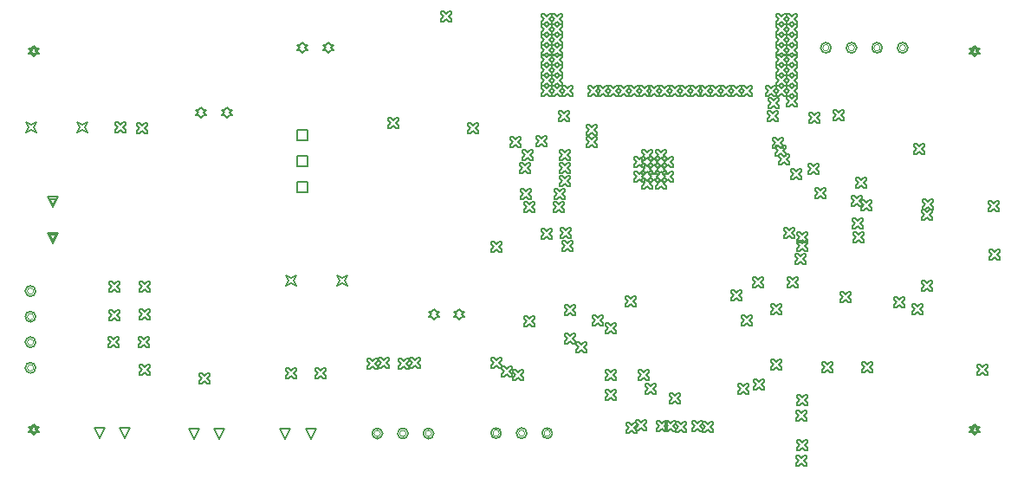
<source format=gbr>
%TF.GenerationSoftware,Altium Limited,Altium Designer,23.4.1 (23)*%
G04 Layer_Color=2752767*
%FSLAX45Y45*%
%MOMM*%
%TF.SameCoordinates,D6ADF24A-3376-43E2-8D1E-8FFFCD63A60F*%
%TF.FilePolarity,Positive*%
%TF.FileFunction,Drawing*%
%TF.Part,Single*%
G01*
G75*
%TA.AperFunction,NonConductor*%
%ADD117C,0.12700*%
%ADD139C,0.16933*%
%ADD140C,0.10160*%
D117*
X3366200Y1806200D02*
X3391600Y1857000D01*
X3366200Y1907800D01*
X3417000Y1882400D01*
X3467800Y1907800D01*
X3442400Y1857000D01*
X3467800Y1806200D01*
X3417000Y1831600D01*
X3366200Y1806200D01*
X2866200D02*
X2891600Y1857000D01*
X2866200Y1907800D01*
X2917000Y1882400D01*
X2967800Y1907800D01*
X2942400Y1857000D01*
X2967800Y1806200D01*
X2917000Y1831600D01*
X2866200Y1806200D01*
X3278000Y4079200D02*
X3303400Y4104600D01*
X3328800D01*
X3303400Y4130000D01*
X3328800Y4155400D01*
X3303400D01*
X3278000Y4180800D01*
X3252600Y4155400D01*
X3227200D01*
X3252600Y4130000D01*
X3227200Y4104600D01*
X3252600D01*
X3278000Y4079200D01*
X3028000Y4079200D02*
X3053400Y4104600D01*
X3078800D01*
X3053400Y4130000D01*
X3078800Y4155400D01*
X3053400D01*
X3028000Y4180800D01*
X3002600Y4155400D01*
X2977200D01*
X3002600Y4130000D01*
X2977200Y4104600D01*
X3002600D01*
X3028000Y4079200D01*
X6413189Y2964009D02*
X6438589D01*
X6463989Y2989409D01*
X6489389Y2964009D01*
X6514789D01*
Y2989409D01*
X6489389Y3014809D01*
X6514789Y3040209D01*
Y3065609D01*
X6489389D01*
X6463989Y3040209D01*
X6438589Y3065609D01*
X6413189D01*
Y3040209D01*
X6438589Y3014809D01*
X6413189Y2989409D01*
Y2964009D01*
X6273189D02*
X6298589D01*
X6323989Y2989409D01*
X6349389Y2964009D01*
X6374789D01*
Y2989409D01*
X6349389Y3014809D01*
X6374789Y3040209D01*
Y3065609D01*
X6349389D01*
X6323989Y3040209D01*
X6298589Y3065609D01*
X6273189D01*
Y3040209D01*
X6298589Y3014809D01*
X6273189Y2989409D01*
Y2964009D01*
X6553189D02*
X6578589D01*
X6603989Y2989409D01*
X6629389Y2964009D01*
X6654789D01*
Y2989409D01*
X6629389Y3014809D01*
X6654789Y3040209D01*
Y3065609D01*
X6629389D01*
X6603989Y3040209D01*
X6578589Y3065609D01*
X6553189D01*
Y3040209D01*
X6578589Y3014809D01*
X6553189Y2989409D01*
Y2964009D01*
X6273189Y2824009D02*
X6298589D01*
X6323989Y2849409D01*
X6349389Y2824009D01*
X6374789D01*
Y2849409D01*
X6349389Y2874809D01*
X6374789Y2900209D01*
Y2925609D01*
X6349389D01*
X6323989Y2900209D01*
X6298589Y2925609D01*
X6273189D01*
Y2900209D01*
X6298589Y2874809D01*
X6273189Y2849409D01*
Y2824009D01*
X6413189D02*
X6438589D01*
X6463989Y2849409D01*
X6489389Y2824009D01*
X6514789D01*
Y2849409D01*
X6489389Y2874809D01*
X6514789Y2900209D01*
Y2925609D01*
X6489389D01*
X6463989Y2900209D01*
X6438589Y2925609D01*
X6413189D01*
Y2900209D01*
X6438589Y2874809D01*
X6413189Y2849409D01*
Y2824009D01*
X6553189D02*
X6578589D01*
X6603989Y2849409D01*
X6629389Y2824009D01*
X6654789D01*
Y2849409D01*
X6629389Y2874809D01*
X6654789Y2900209D01*
Y2925609D01*
X6629389D01*
X6603989Y2900209D01*
X6578589Y2925609D01*
X6553189D01*
Y2900209D01*
X6578589Y2874809D01*
X6553189Y2849409D01*
Y2824009D01*
X6343189Y3034009D02*
X6368589D01*
X6393989Y3059409D01*
X6419389Y3034009D01*
X6444789D01*
Y3059409D01*
X6419389Y3084809D01*
X6444789Y3110209D01*
Y3135609D01*
X6419389D01*
X6393989Y3110209D01*
X6368589Y3135609D01*
X6343189D01*
Y3110209D01*
X6368589Y3084809D01*
X6343189Y3059409D01*
Y3034009D01*
X6483189D02*
X6508589D01*
X6533989Y3059409D01*
X6559389Y3034009D01*
X6584789D01*
Y3059409D01*
X6559389Y3084809D01*
X6584789Y3110209D01*
Y3135609D01*
X6559389D01*
X6533989Y3110209D01*
X6508589Y3135609D01*
X6483189D01*
Y3110209D01*
X6508589Y3084809D01*
X6483189Y3059409D01*
Y3034009D01*
X6343189Y2894009D02*
X6368589D01*
X6393989Y2919409D01*
X6419389Y2894009D01*
X6444789D01*
Y2919409D01*
X6419389Y2944809D01*
X6444789Y2970209D01*
Y2995609D01*
X6419389D01*
X6393989Y2970209D01*
X6368589Y2995609D01*
X6343189D01*
Y2970209D01*
X6368589Y2944809D01*
X6343189Y2919409D01*
Y2894009D01*
X6483189D02*
X6508589D01*
X6533989Y2919409D01*
X6559389Y2894009D01*
X6584789D01*
Y2919409D01*
X6559389Y2944809D01*
X6584789Y2970209D01*
Y2995609D01*
X6559389D01*
X6533989Y2970209D01*
X6508589Y2995609D01*
X6483189D01*
Y2970209D01*
X6508589Y2944809D01*
X6483189Y2919409D01*
Y2894009D01*
X6343189Y2754009D02*
X6368589D01*
X6393989Y2779409D01*
X6419389Y2754009D01*
X6444789D01*
Y2779409D01*
X6419389Y2804809D01*
X6444789Y2830209D01*
Y2855609D01*
X6419389D01*
X6393989Y2830209D01*
X6368589Y2855609D01*
X6343189D01*
Y2830209D01*
X6368589Y2804809D01*
X6343189Y2779409D01*
Y2754009D01*
X6483189D02*
X6508589D01*
X6533989Y2779409D01*
X6559389Y2754009D01*
X6584789D01*
Y2779409D01*
X6559389Y2804809D01*
X6584789Y2830209D01*
Y2855609D01*
X6559389D01*
X6533989Y2830209D01*
X6508589Y2855609D01*
X6483189D01*
Y2830209D01*
X6508589Y2804809D01*
X6483189Y2779409D01*
Y2754009D01*
X588000Y2573200D02*
X537200Y2674800D01*
X638800D01*
X588000Y2573200D01*
Y2593520D02*
X557520Y2654480D01*
X618480D01*
X588000Y2593520D01*
Y2223200D02*
X537200Y2324800D01*
X638800D01*
X588000Y2223200D01*
Y2243520D02*
X557520Y2304480D01*
X618480D01*
X588000Y2243520D01*
X2973200Y2715200D02*
Y2816800D01*
X3074800D01*
Y2715200D01*
X2973200D01*
Y2969200D02*
Y3070800D01*
X3074800D01*
Y2969200D01*
X2973200D01*
Y3223200D02*
Y3324800D01*
X3074800D01*
Y3223200D01*
X2973200D01*
X1967999Y310200D02*
X1917199Y411800D01*
X2018799D01*
X1967999Y310200D01*
X2218000D02*
X2167200Y411800D01*
X2268800D01*
X2218000Y310200D01*
X1045000Y311200D02*
X994200Y412800D01*
X1095800D01*
X1045000Y311200D01*
X2862000Y310200D02*
X2811200Y411800D01*
X2912800D01*
X2862000Y310200D01*
X3112000D02*
X3061200Y411800D01*
X3162800D01*
X3112000Y310200D01*
X1295000Y311200D02*
X1244200Y412800D01*
X1345800D01*
X1295000Y311200D01*
X4310000Y1472200D02*
X4335400Y1497600D01*
X4360800D01*
X4335400Y1523000D01*
X4360800Y1548400D01*
X4335400D01*
X4310000Y1573800D01*
X4284600Y1548400D01*
X4259200D01*
X4284600Y1523000D01*
X4259200Y1497600D01*
X4284600D01*
X4310000Y1472200D01*
X4560000Y1472200D02*
X4585400Y1497600D01*
X4610800D01*
X4585400Y1523000D01*
X4610800Y1548400D01*
X4585400D01*
X4560000Y1573800D01*
X4534600Y1548400D01*
X4509200D01*
X4534600Y1523000D01*
X4509200Y1497600D01*
X4534600D01*
X4560000Y1472200D01*
X400000Y349200D02*
X425400Y374600D01*
X450800D01*
X425400Y400000D01*
X450800Y425400D01*
X425400D01*
X400000Y450800D01*
X374600Y425400D01*
X349200D01*
X374600Y400000D01*
X349200Y374600D01*
X374600D01*
X400000Y349200D01*
Y369520D02*
X415240Y384760D01*
X430480D01*
X415240Y400000D01*
X430480Y415240D01*
X415240D01*
X400000Y430480D01*
X384760Y415240D01*
X369520D01*
X384760Y400000D01*
X369520Y384760D01*
X384760D01*
X400000Y369520D01*
Y4049200D02*
X425400Y4074600D01*
X450800D01*
X425400Y4100000D01*
X450800Y4125400D01*
X425400D01*
X400000Y4150800D01*
X374600Y4125400D01*
X349200D01*
X374600Y4100000D01*
X349200Y4074600D01*
X374600D01*
X400000Y4049200D01*
Y4069520D02*
X415240Y4084760D01*
X430480D01*
X415240Y4100000D01*
X430480Y4115240D01*
X415240D01*
X400000Y4130480D01*
X384760Y4115240D01*
X369520D01*
X384760Y4100000D01*
X369520Y4084760D01*
X384760D01*
X400000Y4069520D01*
X9600000Y4049200D02*
X9625400Y4074600D01*
X9650800D01*
X9625400Y4100000D01*
X9650800Y4125400D01*
X9625400D01*
X9600000Y4150800D01*
X9574600Y4125400D01*
X9549200D01*
X9574600Y4100000D01*
X9549200Y4074600D01*
X9574600D01*
X9600000Y4049200D01*
Y4069520D02*
X9615240Y4084760D01*
X9630480D01*
X9615240Y4100000D01*
X9630480Y4115240D01*
X9615240D01*
X9600000Y4130480D01*
X9584760Y4115240D01*
X9569520D01*
X9584760Y4100000D01*
X9569520Y4084760D01*
X9584760D01*
X9600000Y4069520D01*
Y349200D02*
X9625400Y374600D01*
X9650800D01*
X9625400Y400000D01*
X9650800Y425400D01*
X9625400D01*
X9600000Y450800D01*
X9574600Y425400D01*
X9549200D01*
X9574600Y400000D01*
X9549200Y374600D01*
X9574600D01*
X9600000Y349200D01*
Y369520D02*
X9615240Y384760D01*
X9630480D01*
X9615240Y400000D01*
X9630480Y415240D01*
X9615240D01*
X9600000Y430480D01*
X9584760Y415240D01*
X9569520D01*
X9584760Y400000D01*
X9569520Y384760D01*
X9584760D01*
X9600000Y369520D01*
X2039000Y3446200D02*
X2064400Y3471600D01*
X2089800D01*
X2064400Y3497000D01*
X2089800Y3522400D01*
X2064400D01*
X2039000Y3547800D01*
X2013600Y3522400D01*
X1988200D01*
X2013600Y3497000D01*
X1988200Y3471600D01*
X2013600D01*
X2039000Y3446200D01*
X2289000Y3446200D02*
X2314400Y3471600D01*
X2339800D01*
X2314400Y3497000D01*
X2339800Y3522400D01*
X2314400D01*
X2289000Y3547800D01*
X2263600Y3522400D01*
X2238200D01*
X2263600Y3497000D01*
X2238200Y3471600D01*
X2263600D01*
X2289000Y3446200D01*
X826200Y3305200D02*
X851600Y3356000D01*
X826200Y3406800D01*
X877000Y3381400D01*
X927800Y3406800D01*
X902400Y3356000D01*
X927800Y3305200D01*
X877000Y3330600D01*
X826200Y3305200D01*
X326200D02*
X351600Y3356000D01*
X326200Y3406800D01*
X377000Y3381400D01*
X427800Y3406800D01*
X402400Y3356000D01*
X427800Y3305200D01*
X377000Y3330600D01*
X326200Y3305200D01*
X7977200Y3393200D02*
X8002600D01*
X8028000Y3418600D01*
X8053400Y3393200D01*
X8078800D01*
Y3418600D01*
X8053400Y3444000D01*
X8078800Y3469400D01*
Y3494800D01*
X8053400D01*
X8028000Y3469400D01*
X8002600Y3494800D01*
X7977200D01*
Y3469400D01*
X8002600Y3444000D01*
X7977200Y3418600D01*
Y3393200D01*
X7757200Y3560200D02*
X7782600D01*
X7808000Y3585600D01*
X7833400Y3560200D01*
X7858800D01*
Y3585600D01*
X7833400Y3611000D01*
X7858800Y3636400D01*
Y3661800D01*
X7833400D01*
X7808000Y3636400D01*
X7782600Y3661800D01*
X7757200D01*
Y3636400D01*
X7782600Y3611000D01*
X7757200Y3585600D01*
Y3560200D01*
X8433601Y2763070D02*
X8459001D01*
X8484401Y2788470D01*
X8509801Y2763070D01*
X8535201D01*
Y2788470D01*
X8509801Y2813870D01*
X8535201Y2839270D01*
Y2864670D01*
X8509801D01*
X8484401Y2839270D01*
X8459001Y2864670D01*
X8433601D01*
Y2839270D01*
X8459001Y2813870D01*
X8433601Y2788470D01*
Y2763070D01*
X7767200Y1788200D02*
X7792600D01*
X7818000Y1813600D01*
X7843400Y1788200D01*
X7868800D01*
Y1813600D01*
X7843400Y1839000D01*
X7868800Y1864400D01*
Y1889800D01*
X7843400D01*
X7818000Y1864400D01*
X7792600Y1889800D01*
X7767200D01*
Y1864400D01*
X7792600Y1839000D01*
X7767200Y1813600D01*
Y1788200D01*
X9738200Y2061200D02*
X9763600D01*
X9789000Y2086600D01*
X9814400Y2061200D01*
X9839800D01*
Y2086600D01*
X9814400Y2112000D01*
X9839800Y2137400D01*
Y2162800D01*
X9814400D01*
X9789000Y2137400D01*
X9763600Y2162800D01*
X9738200D01*
Y2137400D01*
X9763600Y2112000D01*
X9738200Y2086600D01*
Y2061200D01*
X9732200Y2529200D02*
X9757600D01*
X9783000Y2554600D01*
X9808400Y2529200D01*
X9833800D01*
Y2554600D01*
X9808400Y2580000D01*
X9833800Y2605400D01*
Y2630800D01*
X9808400D01*
X9783000Y2605400D01*
X9757600Y2630800D01*
X9732200D01*
Y2605400D01*
X9757600Y2580000D01*
X9732200Y2554600D01*
Y2529200D01*
X4871200Y1001200D02*
X4896600D01*
X4922000Y1026600D01*
X4947400Y1001200D01*
X4972800D01*
Y1026600D01*
X4947400Y1052000D01*
X4972800Y1077400D01*
Y1102800D01*
X4947400D01*
X4922000Y1077400D01*
X4896600Y1102800D01*
X4871200D01*
Y1077400D01*
X4896600Y1052000D01*
X4871200Y1026600D01*
Y1001200D01*
X7971200Y2900200D02*
X7996600D01*
X8022000Y2925600D01*
X8047400Y2900200D01*
X8072800D01*
Y2925600D01*
X8047400Y2951000D01*
X8072800Y2976400D01*
Y3001800D01*
X8047400D01*
X8022000Y2976400D01*
X7996600Y3001800D01*
X7971200D01*
Y2976400D01*
X7996600Y2951000D01*
X7971200Y2925600D01*
Y2900200D01*
X7432624Y1791598D02*
X7458024D01*
X7483424Y1816998D01*
X7508824Y1791598D01*
X7534224D01*
Y1816998D01*
X7508824Y1842398D01*
X7534224Y1867798D01*
Y1893198D01*
X7508824D01*
X7483424Y1867798D01*
X7458024Y1893198D01*
X7432624D01*
Y1867798D01*
X7458024Y1842398D01*
X7432624Y1816998D01*
Y1791598D01*
X5566009Y2142009D02*
X5591409D01*
X5616809Y2167409D01*
X5642209Y2142009D01*
X5667609D01*
Y2167409D01*
X5642209Y2192809D01*
X5667609Y2218209D01*
Y2243609D01*
X5642209D01*
X5616809Y2218209D01*
X5591409Y2243609D01*
X5566009D01*
Y2218209D01*
X5591409Y2192809D01*
X5566009Y2167409D01*
Y2142009D01*
X6492201Y378907D02*
X6517601D01*
X6543001Y404307D01*
X6568401Y378907D01*
X6593801D01*
Y404307D01*
X6568401Y429707D01*
X6593801Y455107D01*
Y480507D01*
X6568401D01*
X6543001Y455107D01*
X6517601Y480507D01*
X6492201D01*
Y455107D01*
X6517601Y429707D01*
X6492201Y404307D01*
Y378907D01*
X8216200Y3425200D02*
X8241600D01*
X8267000Y3450600D01*
X8292400Y3425200D01*
X8317800D01*
Y3450600D01*
X8292400Y3476000D01*
X8317800Y3501400D01*
Y3526800D01*
X8292400D01*
X8267000Y3501400D01*
X8241600Y3526800D01*
X8216200D01*
Y3501400D01*
X8241600Y3476000D01*
X8216200Y3450600D01*
Y3425200D01*
X9005200Y3090200D02*
X9030600D01*
X9056000Y3115600D01*
X9081400Y3090200D01*
X9106800D01*
Y3115600D01*
X9081400Y3141000D01*
X9106800Y3166400D01*
Y3191800D01*
X9081400D01*
X9056000Y3166400D01*
X9030600Y3191800D01*
X9005200D01*
Y3166400D01*
X9030600Y3141000D01*
X9005200Y3115600D01*
Y3090200D01*
X7862243Y2231243D02*
X7887643D01*
X7913043Y2256643D01*
X7938443Y2231243D01*
X7963843D01*
Y2256643D01*
X7938443Y2282043D01*
X7963843Y2307443D01*
Y2332843D01*
X7938443D01*
X7913043Y2307443D01*
X7887643Y2332843D01*
X7862243D01*
Y2307443D01*
X7887643Y2282043D01*
X7862243Y2256643D01*
Y2231243D01*
X7650200Y3076200D02*
X7675600D01*
X7701000Y3101600D01*
X7726400Y3076200D01*
X7751800D01*
Y3101600D01*
X7726400Y3127000D01*
X7751800Y3152400D01*
Y3177800D01*
X7726400D01*
X7701000Y3152400D01*
X7675600Y3177800D01*
X7650200D01*
Y3152400D01*
X7675600Y3127000D01*
X7650200Y3101600D01*
Y3076200D01*
X7626200Y3153200D02*
X7651600D01*
X7677000Y3178600D01*
X7702400Y3153200D01*
X7727800D01*
Y3178600D01*
X7702400Y3204000D01*
X7727800Y3229400D01*
Y3254800D01*
X7702400D01*
X7677000Y3229400D01*
X7651600Y3254800D01*
X7626200D01*
Y3229400D01*
X7651600Y3204000D01*
X7626200Y3178600D01*
Y3153200D01*
X7680200Y2992200D02*
X7705600D01*
X7731000Y3017600D01*
X7756400Y2992200D01*
X7781800D01*
Y3017600D01*
X7756400Y3043000D01*
X7781800Y3068400D01*
Y3093800D01*
X7756400D01*
X7731000Y3068400D01*
X7705600Y3093800D01*
X7680200D01*
Y3068400D01*
X7705600Y3043000D01*
X7680200Y3017600D01*
Y2992200D01*
X7802200Y2845200D02*
X7827600D01*
X7853000Y2870600D01*
X7878400Y2845200D01*
X7903800D01*
Y2870600D01*
X7878400Y2896000D01*
X7903800Y2921400D01*
Y2946800D01*
X7878400D01*
X7853000Y2921400D01*
X7827600Y2946800D01*
X7802200D01*
Y2921400D01*
X7827600Y2896000D01*
X7802200Y2870600D01*
Y2845200D01*
X4869200Y2136200D02*
X4894600D01*
X4920000Y2161600D01*
X4945400Y2136200D01*
X4970800D01*
Y2161600D01*
X4945400Y2187000D01*
X4970800Y2212400D01*
Y2237800D01*
X4945400D01*
X4920000Y2212400D01*
X4894600Y2237800D01*
X4869200D01*
Y2212400D01*
X4894600Y2187000D01*
X4869200Y2161600D01*
Y2136200D01*
X5542200Y2776200D02*
X5567600D01*
X5593000Y2801600D01*
X5618400Y2776200D01*
X5643800D01*
Y2801600D01*
X5618400Y2827000D01*
X5643800Y2852400D01*
Y2877800D01*
X5618400D01*
X5593000Y2852400D01*
X5567600Y2877800D01*
X5542200D01*
Y2852400D01*
X5567600Y2827000D01*
X5542200Y2801600D01*
Y2776200D01*
X5802200Y3278200D02*
X5827600D01*
X5853000Y3303600D01*
X5878400Y3278200D01*
X5903800D01*
Y3303600D01*
X5878400Y3329000D01*
X5903800Y3354400D01*
Y3379800D01*
X5878400D01*
X5853000Y3354400D01*
X5827600Y3379800D01*
X5802200D01*
Y3354400D01*
X5827600Y3329000D01*
X5802200Y3303600D01*
Y3278200D01*
Y3158200D02*
X5827600D01*
X5853000Y3183600D01*
X5878400Y3158200D01*
X5903800D01*
Y3183600D01*
X5878400Y3209000D01*
X5903800Y3234400D01*
Y3259800D01*
X5878400D01*
X5853000Y3234400D01*
X5827600Y3259800D01*
X5802200D01*
Y3234400D01*
X5827600Y3209000D01*
X5802200Y3183600D01*
Y3158200D01*
X7736529Y2274200D02*
X7761929D01*
X7787329Y2299600D01*
X7812729Y2274200D01*
X7838129D01*
Y2299600D01*
X7812729Y2325000D01*
X7838129Y2350400D01*
Y2375800D01*
X7812729D01*
X7787329Y2350400D01*
X7761929Y2375800D01*
X7736529D01*
Y2350400D01*
X7761929Y2325000D01*
X7736529Y2299600D01*
Y2274200D01*
X8495200Y955847D02*
X8520600D01*
X8546000Y981247D01*
X8571400Y955847D01*
X8596800D01*
Y981247D01*
X8571400Y1006647D01*
X8596800Y1032047D01*
Y1057447D01*
X8571400D01*
X8546000Y1032047D01*
X8520600Y1057447D01*
X8495200D01*
Y1032047D01*
X8520600Y1006647D01*
X8495200Y981247D01*
Y955847D01*
X8110200Y957847D02*
X8135600D01*
X8161000Y983247D01*
X8186400Y957847D01*
X8211800D01*
Y983247D01*
X8186400Y1008647D01*
X8211800Y1034047D01*
Y1059447D01*
X8186400D01*
X8161000Y1034047D01*
X8135600Y1059447D01*
X8110200D01*
Y1034047D01*
X8135600Y1008647D01*
X8110200Y983247D01*
Y957847D01*
X7605700Y1521994D02*
X7631100D01*
X7656500Y1547394D01*
X7681900Y1521994D01*
X7707300D01*
Y1547394D01*
X7681900Y1572794D01*
X7707300Y1598194D01*
Y1623594D01*
X7681900D01*
X7656500Y1598194D01*
X7631100Y1623594D01*
X7605700D01*
Y1598194D01*
X7631100Y1572794D01*
X7605700Y1547394D01*
Y1521994D01*
X7604200Y984200D02*
X7629600D01*
X7655000Y1009600D01*
X7680400Y984200D01*
X7705800D01*
Y1009600D01*
X7680400Y1035000D01*
X7705800Y1060400D01*
Y1085800D01*
X7680400D01*
X7655000Y1060400D01*
X7629600Y1085800D01*
X7604200D01*
Y1060400D01*
X7629600Y1035000D01*
X7604200Y1009600D01*
Y984200D01*
X8991199Y1522199D02*
X9016599D01*
X9041999Y1547599D01*
X9067399Y1522199D01*
X9092799D01*
Y1547599D01*
X9067399Y1572999D01*
X9092799Y1598399D01*
Y1623799D01*
X9067399D01*
X9041999Y1598399D01*
X9016599Y1623799D01*
X8991199D01*
Y1598399D01*
X9016599Y1572999D01*
X8991199Y1547599D01*
Y1522199D01*
X7316200Y1417200D02*
X7341600D01*
X7367000Y1442600D01*
X7392400Y1417200D01*
X7417800D01*
Y1442600D01*
X7392400Y1468000D01*
X7417800Y1493400D01*
Y1518800D01*
X7392400D01*
X7367000Y1493400D01*
X7341600Y1518800D01*
X7316200D01*
Y1493400D01*
X7341600Y1468000D01*
X7316200Y1442600D01*
Y1417200D01*
X4974200Y912200D02*
X4999600D01*
X5025000Y937600D01*
X5050400Y912200D01*
X5075800D01*
Y937600D01*
X5050400Y963000D01*
X5075800Y988400D01*
Y1013800D01*
X5050400D01*
X5025000Y988400D01*
X4999600Y1013800D01*
X4974200D01*
Y988400D01*
X4999600Y963000D01*
X4974200Y937600D01*
Y912200D01*
X5191700Y1409200D02*
X5217100D01*
X5242500Y1434600D01*
X5267900Y1409200D01*
X5293300D01*
Y1434600D01*
X5267900Y1460000D01*
X5293300Y1485400D01*
Y1510800D01*
X5267900D01*
X5242500Y1485400D01*
X5217100Y1510800D01*
X5191700D01*
Y1485400D01*
X5217100Y1460000D01*
X5191700Y1434600D01*
Y1409200D01*
Y2524200D02*
X5217100D01*
X5242500Y2549600D01*
X5267900Y2524200D01*
X5293300D01*
Y2549600D01*
X5267900Y2575000D01*
X5293300Y2600400D01*
Y2625800D01*
X5267900D01*
X5242500Y2600400D01*
X5217100Y2625800D01*
X5191700D01*
Y2600400D01*
X5217100Y2575000D01*
X5191700Y2549600D01*
Y2524200D01*
X5164200Y2650009D02*
X5189600D01*
X5215000Y2675409D01*
X5240400Y2650009D01*
X5265800D01*
Y2675409D01*
X5240400Y2700809D01*
X5265800Y2726209D01*
Y2751609D01*
X5240400D01*
X5215000Y2726209D01*
X5189600Y2751609D01*
X5164200D01*
Y2726209D01*
X5189600Y2700809D01*
X5164200Y2675409D01*
Y2650009D01*
X5487391D02*
X5512791D01*
X5538191Y2675409D01*
X5563591Y2650009D01*
X5588991D01*
Y2675409D01*
X5563591Y2700809D01*
X5588991Y2726209D01*
Y2751609D01*
X5563591D01*
X5538191Y2726209D01*
X5512791Y2751609D01*
X5487391D01*
Y2726209D01*
X5512791Y2700809D01*
X5487391Y2675409D01*
Y2650009D01*
X1427200Y1200200D02*
X1452600D01*
X1478000Y1225600D01*
X1503400Y1200200D01*
X1528800D01*
Y1225600D01*
X1503400Y1251000D01*
X1528800Y1276400D01*
Y1301800D01*
X1503400D01*
X1478000Y1276400D01*
X1452600Y1301800D01*
X1427200D01*
Y1276400D01*
X1452600Y1251000D01*
X1427200Y1225600D01*
Y1200200D01*
X8809200Y1597200D02*
X8834600D01*
X8860000Y1622600D01*
X8885400Y1597200D01*
X8910800D01*
Y1622600D01*
X8885400Y1648000D01*
X8910800Y1673400D01*
Y1698800D01*
X8885400D01*
X8860000Y1673400D01*
X8834600Y1698800D01*
X8809200D01*
Y1673400D01*
X8834600Y1648000D01*
X8809200Y1622600D01*
Y1597200D01*
X9626500Y930700D02*
X9651900D01*
X9677300Y956100D01*
X9702700Y930700D01*
X9728100D01*
Y956100D01*
X9702700Y981500D01*
X9728100Y1006900D01*
Y1032300D01*
X9702700D01*
X9677300Y1006900D01*
X9651900Y1032300D01*
X9626500D01*
Y1006900D01*
X9651900Y981500D01*
X9626500Y956100D01*
Y930700D01*
X8283200Y1644200D02*
X8308600D01*
X8334000Y1669600D01*
X8359400Y1644200D01*
X8384800D01*
Y1669600D01*
X8359400Y1695000D01*
X8384800Y1720400D01*
Y1745800D01*
X8359400D01*
X8334000Y1720400D01*
X8308600Y1745800D01*
X8283200D01*
Y1720400D01*
X8308600Y1695000D01*
X8283200Y1669600D01*
Y1644200D01*
X5481200Y2523200D02*
X5506600D01*
X5532000Y2548600D01*
X5557400Y2523200D01*
X5582800D01*
Y2548600D01*
X5557400Y2574000D01*
X5582800Y2599400D01*
Y2624800D01*
X5557400D01*
X5532000Y2599400D01*
X5506600Y2624800D01*
X5481200D01*
Y2599400D01*
X5506600Y2574000D01*
X5481200Y2548600D01*
Y2523200D01*
X7861200Y2139481D02*
X7886600D01*
X7912000Y2164881D01*
X7937400Y2139481D01*
X7962800D01*
Y2164881D01*
X7937400Y2190281D01*
X7962800Y2215681D01*
Y2241081D01*
X7937400D01*
X7912000Y2215681D01*
X7886600Y2241081D01*
X7861200D01*
Y2215681D01*
X7886600Y2190281D01*
X7861200Y2164881D01*
Y2139481D01*
X7848200Y2014481D02*
X7873600D01*
X7899000Y2039881D01*
X7924400Y2014481D01*
X7949800D01*
Y2039881D01*
X7924400Y2065281D01*
X7949800Y2090681D01*
Y2116081D01*
X7924400D01*
X7899000Y2090681D01*
X7873600Y2116081D01*
X7848200D01*
Y2090681D01*
X7873600Y2065281D01*
X7848200Y2039881D01*
Y2014481D01*
X8036200Y2662199D02*
X8061600D01*
X8087000Y2687599D01*
X8112400Y2662199D01*
X8137800D01*
Y2687599D01*
X8112400Y2712999D01*
X8137800Y2738399D01*
Y2763799D01*
X8112400D01*
X8087000Y2738399D01*
X8061600Y2763799D01*
X8036200D01*
Y2738399D01*
X8061600Y2712999D01*
X8036200Y2687599D01*
Y2662199D01*
X8413200Y2227200D02*
X8438600D01*
X8464000Y2252600D01*
X8489400Y2227200D01*
X8514800D01*
Y2252600D01*
X8489400Y2278000D01*
X8514800Y2303400D01*
Y2328800D01*
X8489400D01*
X8464000Y2303400D01*
X8438600Y2328800D01*
X8413200D01*
Y2303400D01*
X8438600Y2278000D01*
X8413200Y2252600D01*
Y2227200D01*
X5591200Y1521200D02*
X5616600D01*
X5642000Y1546600D01*
X5667400Y1521200D01*
X5692800D01*
Y1546600D01*
X5667400Y1572000D01*
X5692800Y1597400D01*
Y1622800D01*
X5667400D01*
X5642000Y1597400D01*
X5616600Y1622800D01*
X5591200D01*
Y1597400D01*
X5616600Y1572000D01*
X5591200Y1546600D01*
Y1521200D01*
X6183189Y1598200D02*
X6208589D01*
X6233989Y1623600D01*
X6259389Y1598200D01*
X6284789D01*
Y1623600D01*
X6259389Y1649000D01*
X6284789Y1674400D01*
Y1699800D01*
X6259389D01*
X6233989Y1674400D01*
X6208589Y1699800D01*
X6183189D01*
Y1674400D01*
X6208589Y1649000D01*
X6183189Y1623600D01*
Y1598200D01*
X1433200Y1745200D02*
X1458600D01*
X1484000Y1770600D01*
X1509400Y1745200D01*
X1534800D01*
Y1770600D01*
X1509400Y1796000D01*
X1534800Y1821400D01*
Y1846800D01*
X1509400D01*
X1484000Y1821400D01*
X1458600Y1846800D01*
X1433200D01*
Y1821400D01*
X1458600Y1796000D01*
X1433200Y1770600D01*
Y1745200D01*
X6376200Y749200D02*
X6401600D01*
X6427000Y774600D01*
X6452400Y749200D01*
X6477800D01*
Y774600D01*
X6452400Y800000D01*
X6477800Y825400D01*
Y850800D01*
X6452400D01*
X6427000Y825400D01*
X6401600Y850800D01*
X6376200D01*
Y825400D01*
X6401600Y800000D01*
X6376200Y774600D01*
Y749200D01*
X6615200Y655200D02*
X6640600D01*
X6666000Y680600D01*
X6691400Y655200D01*
X6716800D01*
Y680600D01*
X6691400Y706000D01*
X6716800Y731400D01*
Y756800D01*
X6691400D01*
X6666000Y731400D01*
X6640600Y756800D01*
X6615200D01*
Y731400D01*
X6640600Y706000D01*
X6615200Y680600D01*
Y655200D01*
X6574200Y386200D02*
X6599600D01*
X6625000Y411600D01*
X6650400Y386200D01*
X6675800D01*
Y411600D01*
X6650400Y437000D01*
X6675800Y462400D01*
Y487800D01*
X6650400D01*
X6625000Y462400D01*
X6599600Y487800D01*
X6574200D01*
Y462400D01*
X6599600Y437000D01*
X6574200Y411600D01*
Y386200D01*
X6841201Y380199D02*
X6866601D01*
X6892001Y405599D01*
X6917401Y380199D01*
X6942801D01*
Y405599D01*
X6917401Y430999D01*
X6942801Y456399D01*
Y481799D01*
X6917401D01*
X6892001Y456399D01*
X6866601Y481799D01*
X6841201D01*
Y456399D01*
X6866601Y430999D01*
X6841201Y405599D01*
Y380199D01*
X6290200Y388200D02*
X6315600D01*
X6341000Y413600D01*
X6366400Y388200D01*
X6391800D01*
Y413600D01*
X6366400Y439000D01*
X6391800Y464400D01*
Y489800D01*
X6366400D01*
X6341000Y464400D01*
X6315600Y489800D01*
X6290200D01*
Y464400D01*
X6315600Y439000D01*
X6290200Y413600D01*
Y388200D01*
X9077200Y1750200D02*
X9102600D01*
X9128000Y1775600D01*
X9153400Y1750200D01*
X9178800D01*
Y1775600D01*
X9153400Y1801000D01*
X9178800Y1826400D01*
Y1851800D01*
X9153400D01*
X9128000Y1826400D01*
X9102600Y1851800D01*
X9077200D01*
Y1826400D01*
X9102600Y1801000D01*
X9077200Y1775600D01*
Y1750200D01*
X8488200Y2540200D02*
X8513600D01*
X8539000Y2565600D01*
X8564400Y2540200D01*
X8589800D01*
Y2565600D01*
X8564400Y2591000D01*
X8589800Y2616400D01*
Y2641800D01*
X8564400D01*
X8539000Y2616400D01*
X8513600Y2641800D01*
X8488200D01*
Y2616400D01*
X8513600Y2591000D01*
X8488200Y2565600D01*
Y2540200D01*
X9085200Y2550200D02*
X9110600D01*
X9136000Y2575600D01*
X9161400Y2550200D01*
X9186800D01*
Y2575600D01*
X9161400Y2601000D01*
X9186800Y2626400D01*
Y2651800D01*
X9161400D01*
X9136000Y2626400D01*
X9110600Y2651800D01*
X9085200D01*
Y2626400D01*
X9110600Y2601000D01*
X9085200Y2575600D01*
Y2550200D01*
X9081401Y2448704D02*
X9106801D01*
X9132201Y2474104D01*
X9157601Y2448704D01*
X9183001D01*
Y2474104D01*
X9157601Y2499504D01*
X9183001Y2524904D01*
Y2550304D01*
X9157601D01*
X9132201Y2524904D01*
X9106801Y2550304D01*
X9081401D01*
Y2524904D01*
X9106801Y2499504D01*
X9081401Y2474104D01*
Y2448704D01*
X6192200Y369200D02*
X6217600D01*
X6243000Y394600D01*
X6268400Y369200D01*
X6293800D01*
Y394600D01*
X6268400Y420000D01*
X6293800Y445400D01*
Y470800D01*
X6268400D01*
X6243000Y445400D01*
X6217600Y470800D01*
X6192200D01*
Y445400D01*
X6217600Y420000D01*
X6192200Y394600D01*
Y369200D01*
X6942201Y374907D02*
X6967601D01*
X6993001Y400307D01*
X7018401Y374907D01*
X7043801D01*
Y400307D01*
X7018401Y425707D01*
X7043801Y451107D01*
Y476507D01*
X7018401D01*
X6993001Y451107D01*
X6967601Y476507D01*
X6942201D01*
Y451107D01*
X6967601Y425707D01*
X6942201Y400307D01*
Y374907D01*
X6678200Y376906D02*
X6703600D01*
X6729000Y402306D01*
X6754400Y376906D01*
X6779800D01*
Y402306D01*
X6754400Y427706D01*
X6779800Y453106D01*
Y478506D01*
X6754400D01*
X6729000Y453106D01*
X6703600Y478506D01*
X6678200D01*
Y453106D01*
X6703600Y427706D01*
X6678200Y402306D01*
Y376906D01*
X8403200Y2364200D02*
X8428600D01*
X8454000Y2389600D01*
X8479400Y2364200D01*
X8504800D01*
Y2389600D01*
X8479400Y2415000D01*
X8504800Y2440400D01*
Y2465800D01*
X8479400D01*
X8454000Y2440400D01*
X8428600Y2465800D01*
X8403200D01*
Y2440400D01*
X8428600Y2415000D01*
X8403200Y2389600D01*
Y2364200D01*
X8395200Y2584200D02*
X8420600D01*
X8446000Y2609600D01*
X8471400Y2584200D01*
X8496800D01*
Y2609600D01*
X8471400Y2635000D01*
X8496800Y2660400D01*
Y2685800D01*
X8471400D01*
X8446000Y2660400D01*
X8420600Y2685800D01*
X8395200D01*
Y2660400D01*
X8420600Y2635000D01*
X8395200Y2609600D01*
Y2584200D01*
X7849200Y43200D02*
X7874600D01*
X7900000Y68600D01*
X7925400Y43200D01*
X7950800D01*
Y68600D01*
X7925400Y94000D01*
X7950800Y119400D01*
Y144800D01*
X7925400D01*
X7900000Y119400D01*
X7874600Y144800D01*
X7849200D01*
Y119400D01*
X7874600Y94000D01*
X7849200Y68600D01*
Y43200D01*
X7861200Y193200D02*
X7886600D01*
X7912000Y218600D01*
X7937400Y193200D01*
X7962800D01*
Y218600D01*
X7937400Y244000D01*
X7962800Y269400D01*
Y294800D01*
X7937400D01*
X7912000Y269400D01*
X7886600Y294800D01*
X7861200D01*
Y269400D01*
X7886600Y244000D01*
X7861200Y218600D01*
Y193200D01*
X5864689Y1416689D02*
X5890089D01*
X5915489Y1442089D01*
X5940889Y1416689D01*
X5966289D01*
Y1442089D01*
X5940889Y1467489D01*
X5966289Y1492889D01*
Y1518289D01*
X5940889D01*
X5915489Y1492889D01*
X5890089Y1518289D01*
X5864689D01*
Y1492889D01*
X5890089Y1467489D01*
X5864689Y1442089D01*
Y1416689D01*
X7861200Y635200D02*
X7886600D01*
X7912000Y660600D01*
X7937400Y635200D01*
X7962800D01*
Y660600D01*
X7937400Y686000D01*
X7962800Y711400D01*
Y736800D01*
X7937400D01*
X7912000Y711400D01*
X7886600Y736800D01*
X7861200D01*
Y711400D01*
X7886600Y686000D01*
X7861200Y660600D01*
Y635200D01*
X5082200Y881200D02*
X5107600D01*
X5133000Y906600D01*
X5158400Y881200D01*
X5183800D01*
Y906600D01*
X5158400Y932000D01*
X5183800Y957400D01*
Y982800D01*
X5158400D01*
X5133000Y957400D01*
X5107600Y982800D01*
X5082200D01*
Y957400D01*
X5107600Y932000D01*
X5082200Y906600D01*
Y881200D01*
X5699200Y1154200D02*
X5724600D01*
X5750000Y1179600D01*
X5775400Y1154200D01*
X5800800D01*
Y1179600D01*
X5775400Y1205000D01*
X5800800Y1230400D01*
Y1255800D01*
X5775400D01*
X5750000Y1230400D01*
X5724600Y1255800D01*
X5699200D01*
Y1230400D01*
X5724600Y1205000D01*
X5699200Y1179600D01*
Y1154200D01*
X5992129Y1343200D02*
X6017529D01*
X6042929Y1368600D01*
X6068329Y1343200D01*
X6093729D01*
Y1368600D01*
X6068329Y1394000D01*
X6093729Y1419400D01*
Y1444800D01*
X6068329D01*
X6042929Y1419400D01*
X6017529Y1444800D01*
X5992129D01*
Y1419400D01*
X6017529Y1394000D01*
X5992129Y1368600D01*
Y1343200D01*
X6315200Y878200D02*
X6340600D01*
X6366000Y903600D01*
X6391400Y878200D01*
X6416800D01*
Y903600D01*
X6391400Y929000D01*
X6416800Y954400D01*
Y979800D01*
X6391400D01*
X6366000Y954400D01*
X6340600Y979800D01*
X6315200D01*
Y954400D01*
X6340600Y929000D01*
X6315200Y903600D01*
Y878200D01*
X7283200Y750200D02*
X7308600D01*
X7334000Y775600D01*
X7359400Y750200D01*
X7384800D01*
Y775600D01*
X7359400Y801000D01*
X7384800Y826400D01*
Y851800D01*
X7359400D01*
X7334000Y826400D01*
X7308600Y851800D01*
X7283200D01*
Y826400D01*
X7308600Y801000D01*
X7283200Y775600D01*
Y750200D01*
X5988200Y879200D02*
X6013600D01*
X6039000Y904600D01*
X6064400Y879200D01*
X6089800D01*
Y904600D01*
X6064400Y930000D01*
X6089800Y955400D01*
Y980800D01*
X6064400D01*
X6039000Y955400D01*
X6013600Y980800D01*
X5988200D01*
Y955400D01*
X6013600Y930000D01*
X5988200Y904600D01*
Y879200D01*
Y685200D02*
X6013600D01*
X6039000Y710600D01*
X6064400Y685200D01*
X6089800D01*
Y710600D01*
X6064400Y736000D01*
X6089800Y761400D01*
Y786800D01*
X6064400D01*
X6039000Y761400D01*
X6013600Y786800D01*
X5988200D01*
Y761400D01*
X6013600Y736000D01*
X5988200Y710600D01*
Y685200D01*
X7438200Y785200D02*
X7463600D01*
X7489000Y810600D01*
X7514400Y785200D01*
X7539800D01*
Y810600D01*
X7514400Y836000D01*
X7539800Y861400D01*
Y886800D01*
X7514400D01*
X7489000Y861400D01*
X7463600Y886800D01*
X7438200D01*
Y861400D01*
X7463600Y836000D01*
X7438200Y810600D01*
Y785200D01*
X7849200Y485200D02*
X7874600D01*
X7900000Y510600D01*
X7925400Y485200D01*
X7950800D01*
Y510600D01*
X7925400Y536000D01*
X7950800Y561400D01*
Y586800D01*
X7925400D01*
X7900000Y561400D01*
X7874600Y586800D01*
X7849200D01*
Y561400D01*
X7874600Y536000D01*
X7849200Y510600D01*
Y485200D01*
X5591200Y1240700D02*
X5616600D01*
X5642000Y1266100D01*
X5667400Y1240700D01*
X5692800D01*
Y1266100D01*
X5667400Y1291500D01*
X5692800Y1316900D01*
Y1342300D01*
X5667400D01*
X5642000Y1316900D01*
X5616600Y1342300D01*
X5591200D01*
Y1316900D01*
X5616600Y1291500D01*
X5591200Y1266100D01*
Y1240700D01*
X5366700Y2266200D02*
X5392100D01*
X5417500Y2291600D01*
X5442900Y2266200D01*
X5468300D01*
Y2291600D01*
X5442900Y2317000D01*
X5468300Y2342400D01*
Y2367800D01*
X5442900D01*
X5417500Y2342400D01*
X5392100Y2367800D01*
X5366700D01*
Y2342400D01*
X5392100Y2317000D01*
X5366700Y2291600D01*
Y2266200D01*
X6917201Y3660200D02*
X6942601D01*
X6968001Y3685600D01*
X6993401Y3660200D01*
X7018801D01*
Y3685600D01*
X6993401Y3711000D01*
X7018801Y3736400D01*
Y3761800D01*
X6993401D01*
X6968001Y3736400D01*
X6942601Y3761800D01*
X6917201D01*
Y3736400D01*
X6942601Y3711000D01*
X6917201Y3685600D01*
Y3660200D01*
X7017201D02*
X7042601D01*
X7068001Y3685600D01*
X7093401Y3660200D01*
X7118801D01*
Y3685600D01*
X7093401Y3711000D01*
X7118801Y3736400D01*
Y3761800D01*
X7093401D01*
X7068001Y3736400D01*
X7042601Y3761800D01*
X7017201D01*
Y3736400D01*
X7042601Y3711000D01*
X7017201Y3685600D01*
Y3660200D01*
X7117201D02*
X7142601D01*
X7168001Y3685600D01*
X7193401Y3660200D01*
X7218801D01*
Y3685600D01*
X7193401Y3711000D01*
X7218801Y3736400D01*
Y3761800D01*
X7193401D01*
X7168001Y3736400D01*
X7142601Y3761800D01*
X7117201D01*
Y3736400D01*
X7142601Y3711000D01*
X7117201Y3685600D01*
Y3660200D01*
X7217202D02*
X7242602D01*
X7268002Y3685600D01*
X7293402Y3660200D01*
X7318802D01*
Y3685600D01*
X7293402Y3711000D01*
X7318802Y3736400D01*
Y3761800D01*
X7293402D01*
X7268002Y3736400D01*
X7242602Y3761800D01*
X7217202D01*
Y3736400D01*
X7242602Y3711000D01*
X7217202Y3685600D01*
Y3660200D01*
X7317202D02*
X7342602D01*
X7368002Y3685600D01*
X7393402Y3660200D01*
X7418802D01*
Y3685600D01*
X7393402Y3711000D01*
X7418802Y3736400D01*
Y3761800D01*
X7393402D01*
X7368002Y3736400D01*
X7342602Y3761800D01*
X7317202D01*
Y3736400D01*
X7342602Y3711000D01*
X7317202Y3685600D01*
Y3660200D01*
X7557202D02*
X7582602D01*
X7608002Y3685600D01*
X7633402Y3660200D01*
X7658802D01*
Y3685600D01*
X7633402Y3711000D01*
X7658802Y3736400D01*
Y3761800D01*
X7633402D01*
X7608002Y3736400D01*
X7582602Y3761800D01*
X7557202D01*
Y3736400D01*
X7582602Y3711000D01*
X7557202Y3685600D01*
Y3660200D01*
X6217201D02*
X6242601D01*
X6268001Y3685600D01*
X6293401Y3660200D01*
X6318801D01*
Y3685600D01*
X6293401Y3711000D01*
X6318801Y3736400D01*
Y3761800D01*
X6293401D01*
X6268001Y3736400D01*
X6242601Y3761800D01*
X6217201D01*
Y3736400D01*
X6242601Y3711000D01*
X6217201Y3685600D01*
Y3660200D01*
X6317201D02*
X6342601D01*
X6368001Y3685600D01*
X6393401Y3660200D01*
X6418801D01*
Y3685600D01*
X6393401Y3711000D01*
X6418801Y3736400D01*
Y3761800D01*
X6393401D01*
X6368001Y3736400D01*
X6342601Y3761800D01*
X6317201D01*
Y3736400D01*
X6342601Y3711000D01*
X6317201Y3685600D01*
Y3660200D01*
X6417201D02*
X6442601D01*
X6468001Y3685600D01*
X6493401Y3660200D01*
X6518801D01*
Y3685600D01*
X6493401Y3711000D01*
X6518801Y3736400D01*
Y3761800D01*
X6493401D01*
X6468001Y3736400D01*
X6442601Y3761800D01*
X6417201D01*
Y3736400D01*
X6442601Y3711000D01*
X6417201Y3685600D01*
Y3660200D01*
X6517201D02*
X6542601D01*
X6568001Y3685600D01*
X6593401Y3660200D01*
X6618801D01*
Y3685600D01*
X6593401Y3711000D01*
X6618801Y3736400D01*
Y3761800D01*
X6593401D01*
X6568001Y3736400D01*
X6542601Y3761800D01*
X6517201D01*
Y3736400D01*
X6542601Y3711000D01*
X6517201Y3685600D01*
Y3660200D01*
X6617201D02*
X6642601D01*
X6668001Y3685600D01*
X6693401Y3660200D01*
X6718801D01*
Y3685600D01*
X6693401Y3711000D01*
X6718801Y3736400D01*
Y3761800D01*
X6693401D01*
X6668001Y3736400D01*
X6642601Y3761800D01*
X6617201D01*
Y3736400D01*
X6642601Y3711000D01*
X6617201Y3685600D01*
Y3660200D01*
X6717201D02*
X6742601D01*
X6768001Y3685600D01*
X6793401Y3660200D01*
X6818801D01*
Y3685600D01*
X6793401Y3711000D01*
X6818801Y3736400D01*
Y3761800D01*
X6793401D01*
X6768001Y3736400D01*
X6742601Y3761800D01*
X6717201D01*
Y3736400D01*
X6742601Y3711000D01*
X6717201Y3685600D01*
Y3660200D01*
X6817201D02*
X6842601D01*
X6868001Y3685600D01*
X6893401Y3660200D01*
X6918801D01*
Y3685600D01*
X6893401Y3711000D01*
X6918801Y3736400D01*
Y3761800D01*
X6893401D01*
X6868001Y3736400D01*
X6842601Y3761800D01*
X6817201D01*
Y3736400D01*
X6842601Y3711000D01*
X6817201Y3685600D01*
Y3660200D01*
X5567200D02*
X5592600D01*
X5618000Y3685600D01*
X5643400Y3660200D01*
X5668800D01*
Y3685600D01*
X5643400Y3711000D01*
X5668800Y3736400D01*
Y3761800D01*
X5643400D01*
X5618000Y3736400D01*
X5592600Y3761800D01*
X5567200D01*
Y3736400D01*
X5592600Y3711000D01*
X5567200Y3685600D01*
Y3660200D01*
X5817200D02*
X5842600D01*
X5868000Y3685600D01*
X5893400Y3660200D01*
X5918800D01*
Y3685600D01*
X5893400Y3711000D01*
X5918800Y3736400D01*
Y3761800D01*
X5893400D01*
X5868000Y3736400D01*
X5842600Y3761800D01*
X5817200D01*
Y3736400D01*
X5842600Y3711000D01*
X5817200Y3685600D01*
Y3660200D01*
X5917200D02*
X5942600D01*
X5968000Y3685600D01*
X5993400Y3660200D01*
X6018800D01*
Y3685600D01*
X5993400Y3711000D01*
X6018800Y3736400D01*
Y3761800D01*
X5993400D01*
X5968000Y3736400D01*
X5942600Y3761800D01*
X5917200D01*
Y3736400D01*
X5942600Y3711000D01*
X5917200Y3685600D01*
Y3660200D01*
X6017200D02*
X6042600D01*
X6068000Y3685600D01*
X6093400Y3660200D01*
X6118800D01*
Y3685600D01*
X6093400Y3711000D01*
X6118800Y3736400D01*
Y3761800D01*
X6093400D01*
X6068000Y3736400D01*
X6042600Y3761800D01*
X6017200D01*
Y3736400D01*
X6042600Y3711000D01*
X6017200Y3685600D01*
Y3660200D01*
X6117201D02*
X6142601D01*
X6168001Y3685600D01*
X6193401Y3660200D01*
X6218801D01*
Y3685600D01*
X6193401Y3711000D01*
X6218801Y3736400D01*
Y3761800D01*
X6193401D01*
X6168001Y3736400D01*
X6142601Y3761800D01*
X6117201D01*
Y3736400D01*
X6142601Y3711000D01*
X6117201Y3685600D01*
Y3660200D01*
X5059200Y3163200D02*
X5084600D01*
X5110000Y3188600D01*
X5135400Y3163200D01*
X5160800D01*
Y3188600D01*
X5135400Y3214000D01*
X5160800Y3239400D01*
Y3264800D01*
X5135400D01*
X5110000Y3239400D01*
X5084600Y3264800D01*
X5059200D01*
Y3239400D01*
X5084600Y3214000D01*
X5059200Y3188600D01*
Y3163200D01*
X5314200Y3166200D02*
X5339600D01*
X5365000Y3191600D01*
X5390400Y3166200D01*
X5415800D01*
Y3191600D01*
X5390400Y3217000D01*
X5415800Y3242400D01*
Y3267800D01*
X5390400D01*
X5365000Y3242400D01*
X5339600Y3267800D01*
X5314200D01*
Y3242400D01*
X5339600Y3217000D01*
X5314200Y3191600D01*
Y3166200D01*
X5545200Y3034200D02*
X5570600D01*
X5596000Y3059600D01*
X5621400Y3034200D01*
X5646800D01*
Y3059600D01*
X5621400Y3085000D01*
X5646800Y3110400D01*
Y3135800D01*
X5621400D01*
X5596000Y3110400D01*
X5570600Y3135800D01*
X5545200D01*
Y3110400D01*
X5570600Y3085000D01*
X5545200Y3059600D01*
Y3034200D01*
X5176200D02*
X5201600D01*
X5227000Y3059600D01*
X5252400Y3034200D01*
X5277800D01*
Y3059600D01*
X5252400Y3085000D01*
X5277800Y3110400D01*
Y3135800D01*
X5252400D01*
X5227000Y3110400D01*
X5201600Y3135800D01*
X5176200D01*
Y3110400D01*
X5201600Y3085000D01*
X5176200Y3059600D01*
Y3034200D01*
X5542200Y2905200D02*
X5567600D01*
X5593000Y2930600D01*
X5618400Y2905200D01*
X5643800D01*
Y2930600D01*
X5618400Y2956000D01*
X5643800Y2981400D01*
Y3006800D01*
X5618400D01*
X5593000Y2981400D01*
X5567600Y3006800D01*
X5542200D01*
Y2981400D01*
X5567600Y2956000D01*
X5542200Y2930600D01*
Y2905200D01*
X5156200D02*
X5181600D01*
X5207000Y2930600D01*
X5232400Y2905200D01*
X5257800D01*
Y2930600D01*
X5232400Y2956000D01*
X5257800Y2981400D01*
Y3006800D01*
X5232400D01*
X5207000Y2981400D01*
X5181600Y3006800D01*
X5156200D01*
Y2981400D01*
X5181600Y2956000D01*
X5156200Y2930600D01*
Y2905200D01*
X2022200Y845200D02*
X2047600D01*
X2073000Y870600D01*
X2098400Y845200D01*
X2123800D01*
Y870600D01*
X2098400Y896000D01*
X2123800Y921400D01*
Y946800D01*
X2098400D01*
X2073000Y921400D01*
X2047600Y946800D01*
X2022200D01*
Y921400D01*
X2047600Y896000D01*
X2022200Y870600D01*
Y845200D01*
X5554200Y2269009D02*
X5579600D01*
X5605000Y2294409D01*
X5630400Y2269009D01*
X5655800D01*
Y2294409D01*
X5630400Y2319809D01*
X5655800Y2345209D01*
Y2370609D01*
X5630400D01*
X5605000Y2345209D01*
X5579600Y2370609D01*
X5554200D01*
Y2345209D01*
X5579600Y2319809D01*
X5554200Y2294409D01*
Y2269009D01*
X7578009Y3539009D02*
X7603409D01*
X7628809Y3564409D01*
X7654209Y3539009D01*
X7679609D01*
Y3564409D01*
X7654209Y3589809D01*
X7679609Y3615209D01*
Y3640609D01*
X7654209D01*
X7628809Y3615209D01*
X7603409Y3640609D01*
X7578009D01*
Y3615209D01*
X7603409Y3589809D01*
X7578009Y3564409D01*
Y3539009D01*
X7573009Y3412009D02*
X7598409D01*
X7623809Y3437409D01*
X7649209Y3412009D01*
X7674609D01*
Y3437409D01*
X7649209Y3462809D01*
X7674609Y3488209D01*
Y3513609D01*
X7649209D01*
X7623809Y3488209D01*
X7598409Y3513609D01*
X7573009D01*
Y3488209D01*
X7598409Y3462809D01*
X7573009Y3437409D01*
Y3412009D01*
X5530200Y3411580D02*
X5555600D01*
X5581000Y3436980D01*
X5606400Y3411580D01*
X5631800D01*
Y3436980D01*
X5606400Y3462380D01*
X5631800Y3487780D01*
Y3513180D01*
X5606400D01*
X5581000Y3487780D01*
X5555600Y3513180D01*
X5530200D01*
Y3487780D01*
X5555600Y3462380D01*
X5530200Y3436980D01*
Y3411580D01*
X4643200Y3297200D02*
X4668600D01*
X4694000Y3322600D01*
X4719400Y3297200D01*
X4744800D01*
Y3322600D01*
X4719400Y3348000D01*
X4744800Y3373400D01*
Y3398800D01*
X4719400D01*
X4694000Y3373400D01*
X4668600Y3398800D01*
X4643200D01*
Y3373400D01*
X4668600Y3348000D01*
X4643200Y3322600D01*
Y3297200D01*
X5467200Y4360200D02*
X5492600D01*
X5518000Y4385600D01*
X5543400Y4360200D01*
X5568800D01*
Y4385600D01*
X5543400Y4411000D01*
X5568800Y4436400D01*
Y4461800D01*
X5543400D01*
X5518000Y4436400D01*
X5492600Y4461800D01*
X5467200D01*
Y4436400D01*
X5492600Y4411000D01*
X5467200Y4385600D01*
Y4360200D01*
Y4260200D02*
X5492600D01*
X5518000Y4285600D01*
X5543400Y4260200D01*
X5568800D01*
Y4285600D01*
X5543400Y4311000D01*
X5568800Y4336400D01*
Y4361800D01*
X5543400D01*
X5518000Y4336400D01*
X5492600Y4361800D01*
X5467200D01*
Y4336400D01*
X5492600Y4311000D01*
X5467200Y4285600D01*
Y4260200D01*
Y4160200D02*
X5492600D01*
X5518000Y4185600D01*
X5543400Y4160200D01*
X5568800D01*
Y4185600D01*
X5543400Y4211000D01*
X5568800Y4236400D01*
Y4261800D01*
X5543400D01*
X5518000Y4236400D01*
X5492600Y4261800D01*
X5467200D01*
Y4236400D01*
X5492600Y4211000D01*
X5467200Y4185600D01*
Y4160200D01*
Y4060200D02*
X5492600D01*
X5518000Y4085600D01*
X5543400Y4060200D01*
X5568800D01*
Y4085600D01*
X5543400Y4111000D01*
X5568800Y4136400D01*
Y4161800D01*
X5543400D01*
X5518000Y4136400D01*
X5492600Y4161800D01*
X5467200D01*
Y4136400D01*
X5492600Y4111000D01*
X5467200Y4085600D01*
Y4060200D01*
Y3960200D02*
X5492600D01*
X5518000Y3985600D01*
X5543400Y3960200D01*
X5568800D01*
Y3985600D01*
X5543400Y4011000D01*
X5568800Y4036400D01*
Y4061800D01*
X5543400D01*
X5518000Y4036400D01*
X5492600Y4061800D01*
X5467200D01*
Y4036400D01*
X5492600Y4011000D01*
X5467200Y3985600D01*
Y3960200D01*
Y3860200D02*
X5492600D01*
X5518000Y3885600D01*
X5543400Y3860200D01*
X5568800D01*
Y3885600D01*
X5543400Y3911000D01*
X5568800Y3936400D01*
Y3961800D01*
X5543400D01*
X5518000Y3936400D01*
X5492600Y3961800D01*
X5467200D01*
Y3936400D01*
X5492600Y3911000D01*
X5467200Y3885600D01*
Y3860200D01*
Y3760200D02*
X5492600D01*
X5518000Y3785600D01*
X5543400Y3760200D01*
X5568800D01*
Y3785600D01*
X5543400Y3811000D01*
X5568800Y3836400D01*
Y3861800D01*
X5543400D01*
X5518000Y3836400D01*
X5492600Y3861800D01*
X5467200D01*
Y3836400D01*
X5492600Y3811000D01*
X5467200Y3785600D01*
Y3760200D01*
Y3660200D02*
X5492600D01*
X5518000Y3685600D01*
X5543400Y3660200D01*
X5568800D01*
Y3685600D01*
X5543400Y3711000D01*
X5568800Y3736400D01*
Y3761800D01*
X5543400D01*
X5518000Y3736400D01*
X5492600Y3761800D01*
X5467200D01*
Y3736400D01*
X5492600Y3711000D01*
X5467200Y3685600D01*
Y3660200D01*
X7657200Y4360200D02*
X7682600D01*
X7708000Y4385600D01*
X7733400Y4360200D01*
X7758800D01*
Y4385600D01*
X7733400Y4411000D01*
X7758800Y4436400D01*
Y4461800D01*
X7733400D01*
X7708000Y4436400D01*
X7682600Y4461800D01*
X7657200D01*
Y4436400D01*
X7682600Y4411000D01*
X7657200Y4385600D01*
Y4360200D01*
Y4260200D02*
X7682600D01*
X7708000Y4285600D01*
X7733400Y4260200D01*
X7758800D01*
Y4285600D01*
X7733400Y4311000D01*
X7758800Y4336400D01*
Y4361800D01*
X7733400D01*
X7708000Y4336400D01*
X7682600Y4361800D01*
X7657200D01*
Y4336400D01*
X7682600Y4311000D01*
X7657200Y4285600D01*
Y4260200D01*
Y4160200D02*
X7682600D01*
X7708000Y4185600D01*
X7733400Y4160200D01*
X7758800D01*
Y4185600D01*
X7733400Y4211000D01*
X7758800Y4236400D01*
Y4261800D01*
X7733400D01*
X7708000Y4236400D01*
X7682600Y4261800D01*
X7657200D01*
Y4236400D01*
X7682600Y4211000D01*
X7657200Y4185600D01*
Y4160200D01*
Y4060200D02*
X7682600D01*
X7708000Y4085600D01*
X7733400Y4060200D01*
X7758800D01*
Y4085600D01*
X7733400Y4111000D01*
X7758800Y4136400D01*
Y4161800D01*
X7733400D01*
X7708000Y4136400D01*
X7682600Y4161800D01*
X7657200D01*
Y4136400D01*
X7682600Y4111000D01*
X7657200Y4085600D01*
Y4060200D01*
Y3960200D02*
X7682600D01*
X7708000Y3985600D01*
X7733400Y3960200D01*
X7758800D01*
Y3985600D01*
X7733400Y4011000D01*
X7758800Y4036400D01*
Y4061800D01*
X7733400D01*
X7708000Y4036400D01*
X7682600Y4061800D01*
X7657200D01*
Y4036400D01*
X7682600Y4011000D01*
X7657200Y3985600D01*
Y3960200D01*
Y3860200D02*
X7682600D01*
X7708000Y3885600D01*
X7733400Y3860200D01*
X7758800D01*
Y3885600D01*
X7733400Y3911000D01*
X7758800Y3936400D01*
Y3961800D01*
X7733400D01*
X7708000Y3936400D01*
X7682600Y3961800D01*
X7657200D01*
Y3936400D01*
X7682600Y3911000D01*
X7657200Y3885600D01*
Y3860200D01*
Y3760200D02*
X7682600D01*
X7708000Y3785600D01*
X7733400Y3760200D01*
X7758800D01*
Y3785600D01*
X7733400Y3811000D01*
X7758800Y3836400D01*
Y3861800D01*
X7733400D01*
X7708000Y3836400D01*
X7682600Y3861800D01*
X7657200D01*
Y3836400D01*
X7682600Y3811000D01*
X7657200Y3785600D01*
Y3760200D01*
Y3660200D02*
X7682600D01*
X7708000Y3685600D01*
X7733400Y3660200D01*
X7758800D01*
Y3685600D01*
X7733400Y3711000D01*
X7758800Y3736400D01*
Y3761800D01*
X7733400D01*
X7708000Y3736400D01*
X7682600Y3761800D01*
X7657200D01*
Y3736400D01*
X7682600Y3711000D01*
X7657200Y3685600D01*
Y3660200D01*
X5367200Y4360200D02*
X5392600D01*
X5418000Y4385600D01*
X5443400Y4360200D01*
X5468800D01*
Y4385600D01*
X5443400Y4411000D01*
X5468800Y4436400D01*
Y4461800D01*
X5443400D01*
X5418000Y4436400D01*
X5392600Y4461800D01*
X5367200D01*
Y4436400D01*
X5392600Y4411000D01*
X5367200Y4385600D01*
Y4360200D01*
X7757200D02*
X7782600D01*
X7808000Y4385600D01*
X7833400Y4360200D01*
X7858800D01*
Y4385600D01*
X7833400Y4411000D01*
X7858800Y4436400D01*
Y4461800D01*
X7833400D01*
X7808000Y4436400D01*
X7782600Y4461800D01*
X7757200D01*
Y4436400D01*
X7782600Y4411000D01*
X7757200Y4385600D01*
Y4360200D01*
X5367200Y3660200D02*
X5392600D01*
X5418000Y3685600D01*
X5443400Y3660200D01*
X5468800D01*
Y3685600D01*
X5443400Y3711000D01*
X5468800Y3736400D01*
Y3761800D01*
X5443400D01*
X5418000Y3736400D01*
X5392600Y3761800D01*
X5367200D01*
Y3736400D01*
X5392600Y3711000D01*
X5367200Y3685600D01*
Y3660200D01*
Y3760200D02*
X5392600D01*
X5418000Y3785600D01*
X5443400Y3760200D01*
X5468800D01*
Y3785600D01*
X5443400Y3811000D01*
X5468800Y3836400D01*
Y3861800D01*
X5443400D01*
X5418000Y3836400D01*
X5392600Y3861800D01*
X5367200D01*
Y3836400D01*
X5392600Y3811000D01*
X5367200Y3785600D01*
Y3760200D01*
Y3860200D02*
X5392600D01*
X5418000Y3885600D01*
X5443400Y3860200D01*
X5468800D01*
Y3885600D01*
X5443400Y3911000D01*
X5468800Y3936400D01*
Y3961800D01*
X5443400D01*
X5418000Y3936400D01*
X5392600Y3961800D01*
X5367200D01*
Y3936400D01*
X5392600Y3911000D01*
X5367200Y3885600D01*
Y3860200D01*
Y3960200D02*
X5392600D01*
X5418000Y3985600D01*
X5443400Y3960200D01*
X5468800D01*
Y3985600D01*
X5443400Y4011000D01*
X5468800Y4036400D01*
Y4061800D01*
X5443400D01*
X5418000Y4036400D01*
X5392600Y4061800D01*
X5367200D01*
Y4036400D01*
X5392600Y4011000D01*
X5367200Y3985600D01*
Y3960200D01*
Y4060200D02*
X5392600D01*
X5418000Y4085600D01*
X5443400Y4060200D01*
X5468800D01*
Y4085600D01*
X5443400Y4111000D01*
X5468800Y4136400D01*
Y4161800D01*
X5443400D01*
X5418000Y4136400D01*
X5392600Y4161800D01*
X5367200D01*
Y4136400D01*
X5392600Y4111000D01*
X5367200Y4085600D01*
Y4060200D01*
Y4160200D02*
X5392600D01*
X5418000Y4185600D01*
X5443400Y4160200D01*
X5468800D01*
Y4185600D01*
X5443400Y4211000D01*
X5468800Y4236400D01*
Y4261800D01*
X5443400D01*
X5418000Y4236400D01*
X5392600Y4261800D01*
X5367200D01*
Y4236400D01*
X5392600Y4211000D01*
X5367200Y4185600D01*
Y4160200D01*
Y4260200D02*
X5392600D01*
X5418000Y4285600D01*
X5443400Y4260200D01*
X5468800D01*
Y4285600D01*
X5443400Y4311000D01*
X5468800Y4336400D01*
Y4361800D01*
X5443400D01*
X5418000Y4336400D01*
X5392600Y4361800D01*
X5367200D01*
Y4336400D01*
X5392600Y4311000D01*
X5367200Y4285600D01*
Y4260200D01*
X7757200Y3660200D02*
X7782600D01*
X7808000Y3685600D01*
X7833400Y3660200D01*
X7858800D01*
Y3685600D01*
X7833400Y3711000D01*
X7858800Y3736400D01*
Y3761800D01*
X7833400D01*
X7808000Y3736400D01*
X7782600Y3761800D01*
X7757200D01*
Y3736400D01*
X7782600Y3711000D01*
X7757200Y3685600D01*
Y3660200D01*
Y3760200D02*
X7782600D01*
X7808000Y3785600D01*
X7833400Y3760200D01*
X7858800D01*
Y3785600D01*
X7833400Y3811000D01*
X7858800Y3836400D01*
Y3861800D01*
X7833400D01*
X7808000Y3836400D01*
X7782600Y3861800D01*
X7757200D01*
Y3836400D01*
X7782600Y3811000D01*
X7757200Y3785600D01*
Y3760200D01*
Y3860200D02*
X7782600D01*
X7808000Y3885600D01*
X7833400Y3860200D01*
X7858800D01*
Y3885600D01*
X7833400Y3911000D01*
X7858800Y3936400D01*
Y3961800D01*
X7833400D01*
X7808000Y3936400D01*
X7782600Y3961800D01*
X7757200D01*
Y3936400D01*
X7782600Y3911000D01*
X7757200Y3885600D01*
Y3860200D01*
Y3960200D02*
X7782600D01*
X7808000Y3985600D01*
X7833400Y3960200D01*
X7858800D01*
Y3985600D01*
X7833400Y4011000D01*
X7858800Y4036400D01*
Y4061800D01*
X7833400D01*
X7808000Y4036400D01*
X7782600Y4061800D01*
X7757200D01*
Y4036400D01*
X7782600Y4011000D01*
X7757200Y3985600D01*
Y3960200D01*
Y4060200D02*
X7782600D01*
X7808000Y4085600D01*
X7833400Y4060200D01*
X7858800D01*
Y4085600D01*
X7833400Y4111000D01*
X7858800Y4136400D01*
Y4161800D01*
X7833400D01*
X7808000Y4136400D01*
X7782600Y4161800D01*
X7757200D01*
Y4136400D01*
X7782600Y4111000D01*
X7757200Y4085600D01*
Y4060200D01*
Y4160200D02*
X7782600D01*
X7808000Y4185600D01*
X7833400Y4160200D01*
X7858800D01*
Y4185600D01*
X7833400Y4211000D01*
X7858800Y4236400D01*
Y4261800D01*
X7833400D01*
X7808000Y4236400D01*
X7782600Y4261800D01*
X7757200D01*
Y4236400D01*
X7782600Y4211000D01*
X7757200Y4185600D01*
Y4160200D01*
Y4260200D02*
X7782600D01*
X7808000Y4285600D01*
X7833400Y4260200D01*
X7858800D01*
Y4285600D01*
X7833400Y4311000D01*
X7858800Y4336400D01*
Y4361800D01*
X7833400D01*
X7808000Y4336400D01*
X7782600Y4361800D01*
X7757200D01*
Y4336400D01*
X7782600Y4311000D01*
X7757200Y4285600D01*
Y4260200D01*
X1199200Y3300200D02*
X1224600D01*
X1250000Y3325600D01*
X1275400Y3300200D01*
X1300800D01*
Y3325600D01*
X1275400Y3351000D01*
X1300800Y3376400D01*
Y3401800D01*
X1275400D01*
X1250000Y3376400D01*
X1224600Y3401800D01*
X1199200D01*
Y3376400D01*
X1224600Y3351000D01*
X1199200Y3325600D01*
Y3300200D01*
X3864200Y3349200D02*
X3889600D01*
X3915000Y3374600D01*
X3940400Y3349200D01*
X3965800D01*
Y3374600D01*
X3940400Y3400000D01*
X3965800Y3425400D01*
Y3450800D01*
X3940400D01*
X3915000Y3425400D01*
X3889600Y3450800D01*
X3864200D01*
Y3425400D01*
X3889600Y3400000D01*
X3864200Y3374600D01*
Y3349200D01*
X4380200Y4383200D02*
X4405600D01*
X4431000Y4408600D01*
X4456400Y4383200D01*
X4481800D01*
Y4408600D01*
X4456400Y4434000D01*
X4481800Y4459400D01*
Y4484800D01*
X4456400D01*
X4431000Y4459400D01*
X4405600Y4484800D01*
X4380200D01*
Y4459400D01*
X4405600Y4434000D01*
X4380200Y4408600D01*
Y4383200D01*
X4080200Y1000200D02*
X4105600D01*
X4131000Y1025600D01*
X4156400Y1000200D01*
X4181800D01*
Y1025600D01*
X4156400Y1051000D01*
X4181800Y1076400D01*
Y1101800D01*
X4156400D01*
X4131000Y1076400D01*
X4105600Y1101800D01*
X4080200D01*
Y1076400D01*
X4105600Y1051000D01*
X4080200Y1025600D01*
Y1000200D01*
X2863200Y901200D02*
X2888600D01*
X2914000Y926600D01*
X2939400Y901200D01*
X2964800D01*
Y926600D01*
X2939400Y952000D01*
X2964800Y977400D01*
Y1002800D01*
X2939400D01*
X2914000Y977400D01*
X2888600Y1002800D01*
X2863200D01*
Y977400D01*
X2888600Y952000D01*
X2863200Y926600D01*
Y901200D01*
X1135800Y1466200D02*
X1161200D01*
X1186600Y1491600D01*
X1212000Y1466200D01*
X1237400D01*
Y1491600D01*
X1212000Y1517000D01*
X1237400Y1542400D01*
Y1567800D01*
X1212000D01*
X1186600Y1542400D01*
X1161200Y1567800D01*
X1135800D01*
Y1542400D01*
X1161200Y1517000D01*
X1135800Y1491600D01*
Y1466200D01*
X1135800Y1745200D02*
X1161200D01*
X1186600Y1770600D01*
X1212000Y1745200D01*
X1237400D01*
Y1770600D01*
X1212000Y1796000D01*
X1237400Y1821400D01*
Y1846800D01*
X1212000D01*
X1186600Y1821400D01*
X1161200Y1846800D01*
X1135800D01*
Y1821400D01*
X1161200Y1796000D01*
X1135800Y1770600D01*
Y1745200D01*
X1133800Y1201200D02*
X1159200D01*
X1184600Y1226600D01*
X1210000Y1201200D01*
X1235400D01*
Y1226600D01*
X1210000Y1252000D01*
X1235400Y1277400D01*
Y1302800D01*
X1210000D01*
X1184600Y1277400D01*
X1159200Y1302800D01*
X1133800D01*
Y1277400D01*
X1159200Y1252000D01*
X1133800Y1226600D01*
Y1201200D01*
X1408200Y3297200D02*
X1433600D01*
X1459000Y3322600D01*
X1484400Y3297200D01*
X1509800D01*
Y3322600D01*
X1484400Y3348000D01*
X1509800Y3373400D01*
Y3398800D01*
X1484400D01*
X1459000Y3373400D01*
X1433600Y3398800D01*
X1408200D01*
Y3373400D01*
X1433600Y3348000D01*
X1408200Y3322600D01*
Y3297200D01*
X1431800Y1472200D02*
X1457200D01*
X1482600Y1497600D01*
X1508000Y1472200D01*
X1533400D01*
Y1497600D01*
X1508000Y1523000D01*
X1533400Y1548400D01*
Y1573800D01*
X1508000D01*
X1482600Y1548400D01*
X1457200Y1573800D01*
X1431800D01*
Y1548400D01*
X1457200Y1523000D01*
X1431800Y1497600D01*
Y1472200D01*
X1433200Y931200D02*
X1458600D01*
X1484000Y956600D01*
X1509400Y931200D01*
X1534800D01*
Y956600D01*
X1509400Y982000D01*
X1534800Y1007400D01*
Y1032800D01*
X1509400D01*
X1484000Y1007400D01*
X1458600Y1032800D01*
X1433200D01*
Y1007400D01*
X1458600Y982000D01*
X1433200Y956600D01*
Y931200D01*
X3152200Y902200D02*
X3177600D01*
X3203000Y927600D01*
X3228400Y902200D01*
X3253800D01*
Y927600D01*
X3228400Y953000D01*
X3253800Y978400D01*
Y1003800D01*
X3228400D01*
X3203000Y978400D01*
X3177600Y1003800D01*
X3152200D01*
Y978400D01*
X3177600Y953000D01*
X3152200Y927600D01*
Y902200D01*
X7218200Y1660200D02*
X7243600D01*
X7269000Y1685600D01*
X7294400Y1660200D01*
X7319800D01*
Y1685600D01*
X7294400Y1711000D01*
X7319800Y1736400D01*
Y1761800D01*
X7294400D01*
X7269000Y1736400D01*
X7243600Y1761800D01*
X7218200D01*
Y1736400D01*
X7243600Y1711000D01*
X7218200Y1685600D01*
Y1660200D01*
X3964200Y989200D02*
X3989600D01*
X4015000Y1014600D01*
X4040400Y989200D01*
X4065800D01*
Y1014600D01*
X4040400Y1040000D01*
X4065800Y1065400D01*
Y1090800D01*
X4040400D01*
X4015000Y1065400D01*
X3989600Y1090800D01*
X3964200D01*
Y1065400D01*
X3989600Y1040000D01*
X3964200Y1014600D01*
Y989200D01*
X3658200Y991200D02*
X3683600D01*
X3709000Y1016600D01*
X3734400Y991200D01*
X3759800D01*
Y1016600D01*
X3734400Y1042000D01*
X3759800Y1067400D01*
Y1092800D01*
X3734400D01*
X3709000Y1067400D01*
X3683600Y1092800D01*
X3658200D01*
Y1067400D01*
X3683600Y1042000D01*
X3658200Y1016600D01*
Y991200D01*
X3770200Y1001200D02*
X3795600D01*
X3821000Y1026600D01*
X3846400Y1001200D01*
X3871800D01*
Y1026600D01*
X3846400Y1052000D01*
X3871800Y1077400D01*
Y1102800D01*
X3846400D01*
X3821000Y1077400D01*
X3795600Y1102800D01*
X3770200D01*
Y1077400D01*
X3795600Y1052000D01*
X3770200Y1026600D01*
Y1001200D01*
D139*
X420800Y1003000D02*
G03*
X420800Y1003000I-50800J0D01*
G01*
Y1253000D02*
G03*
X420800Y1253000I-50800J0D01*
G01*
Y1503000D02*
G03*
X420800Y1503000I-50800J0D01*
G01*
Y1753000D02*
G03*
X420800Y1753000I-50800J0D01*
G01*
X3810800Y361000D02*
G03*
X3810800Y361000I-50800J0D01*
G01*
X4060800D02*
G03*
X4060800Y361000I-50800J0D01*
G01*
X4310800D02*
G03*
X4310800Y361000I-50800J0D01*
G01*
X5470800Y364000D02*
G03*
X5470800Y364000I-50800J0D01*
G01*
X5220800D02*
G03*
X5220800Y364000I-50800J0D01*
G01*
X4970800D02*
G03*
X4970800Y364000I-50800J0D01*
G01*
X8944800Y4132000D02*
G03*
X8944800Y4132000I-50800J0D01*
G01*
X8694800D02*
G03*
X8694800Y4132000I-50800J0D01*
G01*
X8444800D02*
G03*
X8444800Y4132000I-50800J0D01*
G01*
X8194800D02*
G03*
X8194800Y4132000I-50800J0D01*
G01*
D140*
X400480Y1003000D02*
G03*
X400480Y1003000I-30480J0D01*
G01*
Y1253000D02*
G03*
X400480Y1253000I-30480J0D01*
G01*
Y1503000D02*
G03*
X400480Y1503000I-30480J0D01*
G01*
Y1753000D02*
G03*
X400480Y1753000I-30480J0D01*
G01*
X3790480Y361000D02*
G03*
X3790480Y361000I-30480J0D01*
G01*
X4040480D02*
G03*
X4040480Y361000I-30480J0D01*
G01*
X4290480D02*
G03*
X4290480Y361000I-30480J0D01*
G01*
X5450480Y364000D02*
G03*
X5450480Y364000I-30480J0D01*
G01*
X5200480D02*
G03*
X5200480Y364000I-30480J0D01*
G01*
X4950480D02*
G03*
X4950480Y364000I-30480J0D01*
G01*
X8924480Y4132000D02*
G03*
X8924480Y4132000I-30480J0D01*
G01*
X8674480D02*
G03*
X8674480Y4132000I-30480J0D01*
G01*
X8424480D02*
G03*
X8424480Y4132000I-30480J0D01*
G01*
X8174480D02*
G03*
X8174480Y4132000I-30480J0D01*
G01*
%TF.MD5,d5c8d33b1dae41e16fcbb2d9786f7626*%
M02*

</source>
